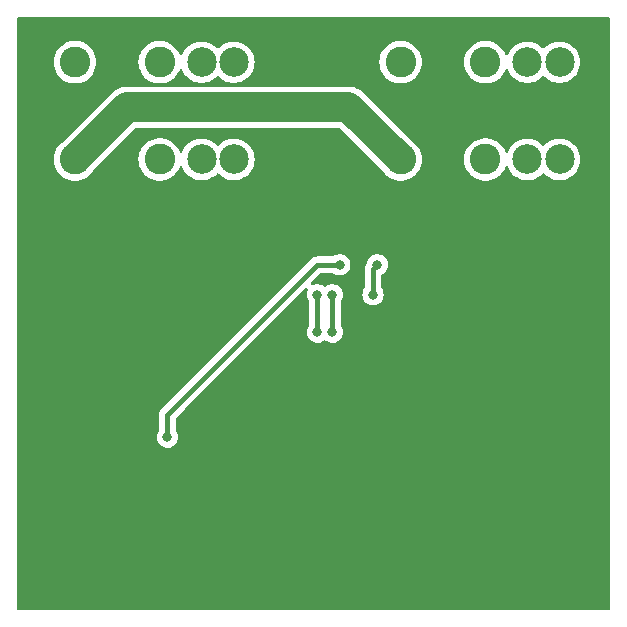
<source format=gbr>
%TF.GenerationSoftware,KiCad,Pcbnew,7.0.1*%
%TF.CreationDate,2024-03-13T10:09:07+01:00*%
%TF.ProjectId,bar_test_proto,6261725f-7465-4737-945f-70726f746f2e,rev?*%
%TF.SameCoordinates,Original*%
%TF.FileFunction,Copper,L2,Bot*%
%TF.FilePolarity,Positive*%
%FSLAX46Y46*%
G04 Gerber Fmt 4.6, Leading zero omitted, Abs format (unit mm)*
G04 Created by KiCad (PCBNEW 7.0.1) date 2024-03-13 10:09:07*
%MOMM*%
%LPD*%
G01*
G04 APERTURE LIST*
%TA.AperFunction,ComponentPad*%
%ADD10C,2.600000*%
%TD*%
%TA.AperFunction,ComponentPad*%
%ADD11C,2.500000*%
%TD*%
%TA.AperFunction,ViaPad*%
%ADD12C,0.800000*%
%TD*%
%TA.AperFunction,Conductor*%
%ADD13C,0.400000*%
%TD*%
%TA.AperFunction,Conductor*%
%ADD14C,2.500000*%
%TD*%
G04 APERTURE END LIST*
D10*
%TO.P,CON2,1,D*%
%TO.N,+24V*%
X152475000Y-54610000D03*
X152475000Y-62840000D03*
%TO.P,CON2,2,S*%
%TO.N,Net-(CON2-S)*%
X159655000Y-54610000D03*
X159655000Y-62840000D03*
D11*
%TO.P,CON2,3,SK*%
%TO.N,unconnected-(CON2-SK-Pad3)*%
X163195000Y-54610000D03*
X163195000Y-62840000D03*
%TO.P,CON2,4,G*%
%TO.N,Net-(CON2-G)*%
X165925000Y-54610000D03*
X165925000Y-62840000D03*
%TD*%
D10*
%TO.P,CON1,1,D*%
%TO.N,+24V*%
X124900000Y-54610000D03*
X124900000Y-62840000D03*
%TO.P,CON1,2,S*%
%TO.N,Net-(CON1-S)*%
X132080000Y-54610000D03*
X132080000Y-62840000D03*
D11*
%TO.P,CON1,3,SK*%
%TO.N,unconnected-(CON1-SK-Pad3)*%
X135620000Y-54610000D03*
X135620000Y-62840000D03*
%TO.P,CON1,4,G*%
%TO.N,Net-(CON1-G)*%
X138350000Y-54610000D03*
X138350000Y-62840000D03*
%TD*%
D12*
%TO.N,ADC1*%
X145415000Y-77470000D03*
X145415000Y-74295000D03*
%TO.N,ADC2*%
X146685000Y-74295000D03*
X146685000Y-77470000D03*
%TO.N,GND*%
X167005000Y-88265000D03*
X158750000Y-71755000D03*
X164465000Y-88265000D03*
X131445000Y-73025000D03*
X165735000Y-88265000D03*
X168275000Y-88265000D03*
X160009122Y-72718544D03*
X158738919Y-72679581D03*
X132715000Y-73025000D03*
X132715000Y-71755000D03*
X131445000Y-71755000D03*
X160020000Y-71755000D03*
%TO.N,Net-(U1B--)*%
X150128780Y-74299390D03*
X150495000Y-71755000D03*
%TO.N,+12V0*%
X147320000Y-71755000D03*
X132715000Y-86360000D03*
%TD*%
D13*
%TO.N,ADC1*%
X145415000Y-77470000D02*
X145415000Y-74295000D01*
%TO.N,ADC2*%
X146685000Y-77470000D02*
X146685000Y-74295000D01*
D14*
%TO.N,+24V*%
X129320000Y-58420000D02*
X124900000Y-62840000D01*
X152475000Y-62840000D02*
X148055000Y-58420000D01*
X148055000Y-58420000D02*
X129320000Y-58420000D01*
D13*
%TO.N,Net-(U1B--)*%
X150128780Y-72121220D02*
X150495000Y-71755000D01*
X150128780Y-74299390D02*
X150128780Y-72121220D01*
%TO.N,+12V0*%
X132715000Y-86360000D02*
X132715000Y-84455000D01*
X145415000Y-71755000D02*
X147320000Y-71755000D01*
X132715000Y-84455000D02*
X145415000Y-71755000D01*
%TD*%
%TA.AperFunction,Conductor*%
%TO.N,GND*%
G36*
X170117500Y-50817113D02*
G01*
X170162887Y-50862500D01*
X170179500Y-50924500D01*
X170179500Y-100840500D01*
X170162887Y-100902500D01*
X170117500Y-100947887D01*
X170055500Y-100964500D01*
X120139500Y-100964500D01*
X120077500Y-100947887D01*
X120032113Y-100902500D01*
X120015500Y-100840500D01*
X120015500Y-86359999D01*
X131809540Y-86359999D01*
X131829326Y-86548257D01*
X131887820Y-86728284D01*
X131982466Y-86892216D01*
X132109129Y-87032889D01*
X132262269Y-87144151D01*
X132435197Y-87221144D01*
X132620352Y-87260500D01*
X132620354Y-87260500D01*
X132809646Y-87260500D01*
X132809648Y-87260500D01*
X132933083Y-87234262D01*
X132994803Y-87221144D01*
X133167730Y-87144151D01*
X133320871Y-87032888D01*
X133447533Y-86892216D01*
X133542179Y-86728284D01*
X133600674Y-86548256D01*
X133620460Y-86360000D01*
X133600674Y-86171744D01*
X133542179Y-85991716D01*
X133542179Y-85991715D01*
X133447533Y-85827783D01*
X133447350Y-85827580D01*
X133423736Y-85789045D01*
X133415500Y-85744608D01*
X133415500Y-84796519D01*
X133424939Y-84749066D01*
X133451819Y-84708838D01*
X134218606Y-83942051D01*
X144405226Y-73755430D01*
X144455617Y-73724852D01*
X144514436Y-73720997D01*
X144568390Y-73744736D01*
X144605286Y-73790707D01*
X144616787Y-73848519D01*
X144600294Y-73905110D01*
X144587820Y-73926715D01*
X144529326Y-74106742D01*
X144509540Y-74294999D01*
X144529326Y-74483257D01*
X144587820Y-74663284D01*
X144682466Y-74827216D01*
X144682650Y-74827420D01*
X144706264Y-74865955D01*
X144714500Y-74910392D01*
X144714500Y-76854608D01*
X144706264Y-76899045D01*
X144682650Y-76937580D01*
X144682466Y-76937783D01*
X144587820Y-77101715D01*
X144529326Y-77281742D01*
X144509540Y-77470000D01*
X144529326Y-77658257D01*
X144587820Y-77838284D01*
X144682466Y-78002216D01*
X144809129Y-78142889D01*
X144962269Y-78254151D01*
X145135197Y-78331144D01*
X145320352Y-78370500D01*
X145320354Y-78370500D01*
X145509646Y-78370500D01*
X145509648Y-78370500D01*
X145633083Y-78344262D01*
X145694803Y-78331144D01*
X145867730Y-78254151D01*
X145867729Y-78254151D01*
X145977115Y-78174679D01*
X146024219Y-78153707D01*
X146075781Y-78153707D01*
X146122885Y-78174679D01*
X146232269Y-78254151D01*
X146405197Y-78331144D01*
X146590352Y-78370500D01*
X146590354Y-78370500D01*
X146779646Y-78370500D01*
X146779648Y-78370500D01*
X146903083Y-78344262D01*
X146964803Y-78331144D01*
X147137730Y-78254151D01*
X147137729Y-78254151D01*
X147290870Y-78142889D01*
X147417533Y-78002216D01*
X147512179Y-77838284D01*
X147512178Y-77838284D01*
X147570674Y-77658256D01*
X147590460Y-77470000D01*
X147570674Y-77281744D01*
X147512179Y-77101716D01*
X147512179Y-77101715D01*
X147417533Y-76937783D01*
X147417350Y-76937580D01*
X147393736Y-76899045D01*
X147385500Y-76854608D01*
X147385500Y-74910392D01*
X147393736Y-74865955D01*
X147417350Y-74827420D01*
X147417533Y-74827216D01*
X147512179Y-74663284D01*
X147569247Y-74487647D01*
X147570674Y-74483256D01*
X147589999Y-74299390D01*
X149223320Y-74299390D01*
X149243106Y-74487647D01*
X149301600Y-74667674D01*
X149396246Y-74831606D01*
X149522909Y-74972279D01*
X149676049Y-75083541D01*
X149848977Y-75160534D01*
X150034132Y-75199890D01*
X150034134Y-75199890D01*
X150223426Y-75199890D01*
X150223428Y-75199890D01*
X150346863Y-75173652D01*
X150408583Y-75160534D01*
X150581510Y-75083541D01*
X150734651Y-74972278D01*
X150861313Y-74831606D01*
X150955959Y-74667674D01*
X151014454Y-74487646D01*
X151034240Y-74299390D01*
X151014454Y-74111134D01*
X150955959Y-73931106D01*
X150955959Y-73931105D01*
X150861313Y-73767173D01*
X150861130Y-73766970D01*
X150837516Y-73728435D01*
X150829280Y-73683998D01*
X150829280Y-72672415D01*
X150838309Y-72625964D01*
X150864082Y-72586277D01*
X150902843Y-72559135D01*
X150947730Y-72539151D01*
X151100871Y-72427888D01*
X151227533Y-72287216D01*
X151322179Y-72123284D01*
X151380674Y-71943256D01*
X151400460Y-71755000D01*
X151380674Y-71566744D01*
X151322179Y-71386716D01*
X151322179Y-71386715D01*
X151227533Y-71222783D01*
X151100870Y-71082110D01*
X150947730Y-70970848D01*
X150774802Y-70893855D01*
X150589648Y-70854500D01*
X150589646Y-70854500D01*
X150400354Y-70854500D01*
X150400352Y-70854500D01*
X150215197Y-70893855D01*
X150042269Y-70970848D01*
X149889129Y-71082110D01*
X149762466Y-71222783D01*
X149667820Y-71386715D01*
X149609326Y-71566741D01*
X149603469Y-71622467D01*
X149582197Y-71679945D01*
X149566432Y-71702784D01*
X149561996Y-71708814D01*
X149524900Y-71756165D01*
X149520741Y-71765406D01*
X149509721Y-71784945D01*
X149503962Y-71793289D01*
X149482633Y-71849525D01*
X149479769Y-71856439D01*
X149455083Y-71911290D01*
X149453255Y-71921267D01*
X149447234Y-71942868D01*
X149443639Y-71952348D01*
X149436389Y-72012047D01*
X149435263Y-72019446D01*
X149424421Y-72078611D01*
X149428054Y-72138654D01*
X149428280Y-72146141D01*
X149428280Y-73683998D01*
X149420044Y-73728435D01*
X149396430Y-73766970D01*
X149396246Y-73767173D01*
X149301600Y-73931105D01*
X149243106Y-74111132D01*
X149223320Y-74299390D01*
X147589999Y-74299390D01*
X147590460Y-74295000D01*
X147570674Y-74106744D01*
X147540332Y-74013363D01*
X147512179Y-73926715D01*
X147417533Y-73762783D01*
X147290870Y-73622110D01*
X147137730Y-73510848D01*
X146964802Y-73433855D01*
X146779648Y-73394500D01*
X146779646Y-73394500D01*
X146590354Y-73394500D01*
X146590352Y-73394500D01*
X146405197Y-73433855D01*
X146232269Y-73510848D01*
X146122885Y-73590321D01*
X146075781Y-73611293D01*
X146024219Y-73611293D01*
X145977115Y-73590321D01*
X145867730Y-73510848D01*
X145694802Y-73433855D01*
X145509648Y-73394500D01*
X145509646Y-73394500D01*
X145320354Y-73394500D01*
X145320352Y-73394500D01*
X145135199Y-73433854D01*
X145010245Y-73489488D01*
X144942981Y-73499061D01*
X144880769Y-73471752D01*
X144842287Y-73415759D01*
X144839086Y-73347892D01*
X144872127Y-73288529D01*
X145668838Y-72491819D01*
X145709066Y-72464939D01*
X145756519Y-72455500D01*
X146711844Y-72455500D01*
X146750162Y-72461569D01*
X146784728Y-72479181D01*
X146867270Y-72539151D01*
X146867271Y-72539151D01*
X146867272Y-72539152D01*
X147040197Y-72616144D01*
X147225352Y-72655500D01*
X147225354Y-72655500D01*
X147414646Y-72655500D01*
X147414648Y-72655500D01*
X147553603Y-72625964D01*
X147599803Y-72616144D01*
X147772730Y-72539151D01*
X147855271Y-72479182D01*
X147925870Y-72427889D01*
X148052533Y-72287216D01*
X148147179Y-72123284D01*
X148180918Y-72019446D01*
X148205674Y-71943256D01*
X148225460Y-71755000D01*
X148205674Y-71566744D01*
X148147179Y-71386716D01*
X148147179Y-71386715D01*
X148052533Y-71222783D01*
X147925870Y-71082110D01*
X147772730Y-70970848D01*
X147599802Y-70893855D01*
X147414648Y-70854500D01*
X147414646Y-70854500D01*
X147225354Y-70854500D01*
X147225352Y-70854500D01*
X147040197Y-70893855D01*
X146867272Y-70970847D01*
X146784730Y-71030818D01*
X146750162Y-71048431D01*
X146711844Y-71054500D01*
X145439910Y-71054500D01*
X145432423Y-71054274D01*
X145372391Y-71050642D01*
X145313242Y-71061481D01*
X145305843Y-71062608D01*
X145246122Y-71069860D01*
X145236641Y-71073456D01*
X145215036Y-71079479D01*
X145205067Y-71081306D01*
X145150228Y-71105986D01*
X145143313Y-71108850D01*
X145087067Y-71130182D01*
X145078720Y-71135943D01*
X145059192Y-71146957D01*
X145049948Y-71151118D01*
X145002597Y-71188214D01*
X144996568Y-71192649D01*
X144947070Y-71226816D01*
X144907183Y-71271838D01*
X144902051Y-71277290D01*
X132237290Y-83942051D01*
X132231838Y-83947183D01*
X132186816Y-83987070D01*
X132152649Y-84036568D01*
X132148213Y-84042597D01*
X132111121Y-84089942D01*
X132106961Y-84099186D01*
X132095941Y-84118725D01*
X132090182Y-84127069D01*
X132068853Y-84183305D01*
X132065989Y-84190219D01*
X132041303Y-84245070D01*
X132039475Y-84255047D01*
X132033454Y-84276648D01*
X132029859Y-84286128D01*
X132022609Y-84345827D01*
X132021483Y-84353226D01*
X132010641Y-84412391D01*
X132014274Y-84472434D01*
X132014500Y-84479921D01*
X132014500Y-85744608D01*
X132006264Y-85789045D01*
X131982650Y-85827580D01*
X131982466Y-85827783D01*
X131887820Y-85991715D01*
X131829326Y-86171742D01*
X131809540Y-86359999D01*
X120015500Y-86359999D01*
X120015500Y-62839999D01*
X123094450Y-62839999D01*
X123114616Y-63109100D01*
X123114617Y-63109103D01*
X123174666Y-63372195D01*
X123273257Y-63623398D01*
X123408185Y-63857102D01*
X123576439Y-64068085D01*
X123774259Y-64251635D01*
X123997226Y-64403651D01*
X124240359Y-64520738D01*
X124498228Y-64600280D01*
X124765071Y-64640500D01*
X125034929Y-64640500D01*
X125301772Y-64600280D01*
X125559641Y-64520738D01*
X125802775Y-64403651D01*
X126025741Y-64251635D01*
X126223561Y-64068085D01*
X126391815Y-63857102D01*
X126429189Y-63792364D01*
X126448892Y-63766687D01*
X127375579Y-62840000D01*
X130274450Y-62840000D01*
X130294616Y-63109100D01*
X130294617Y-63109103D01*
X130354666Y-63372195D01*
X130453257Y-63623398D01*
X130588185Y-63857102D01*
X130756439Y-64068085D01*
X130954259Y-64251635D01*
X131177226Y-64403651D01*
X131420359Y-64520738D01*
X131678228Y-64600280D01*
X131945071Y-64640500D01*
X132214929Y-64640500D01*
X132481772Y-64600280D01*
X132739641Y-64520738D01*
X132982775Y-64403651D01*
X133205741Y-64251635D01*
X133403561Y-64068085D01*
X133571815Y-63857102D01*
X133706743Y-63623398D01*
X133761430Y-63484058D01*
X133795271Y-63435983D01*
X133847458Y-63408899D01*
X133906253Y-63408899D01*
X133958440Y-63435983D01*
X133992284Y-63484061D01*
X134017721Y-63548874D01*
X134038432Y-63601643D01*
X134169614Y-63828857D01*
X134333195Y-64033981D01*
X134333197Y-64033983D01*
X134333198Y-64033984D01*
X134525514Y-64212428D01*
X134525520Y-64212432D01*
X134525521Y-64212433D01*
X134742296Y-64360228D01*
X134978677Y-64474063D01*
X135229385Y-64551396D01*
X135488818Y-64590500D01*
X135751182Y-64590500D01*
X136010615Y-64551396D01*
X136261323Y-64474063D01*
X136497704Y-64360228D01*
X136714479Y-64212433D01*
X136900659Y-64039683D01*
X136954402Y-64010416D01*
X137015598Y-64010416D01*
X137069340Y-64039683D01*
X137147592Y-64112289D01*
X137255518Y-64212431D01*
X137255521Y-64212433D01*
X137472296Y-64360228D01*
X137708677Y-64474063D01*
X137959385Y-64551396D01*
X138218818Y-64590500D01*
X138481182Y-64590500D01*
X138740615Y-64551396D01*
X138991323Y-64474063D01*
X139227704Y-64360228D01*
X139444479Y-64212433D01*
X139444482Y-64212429D01*
X139444485Y-64212428D01*
X139529792Y-64133273D01*
X139636805Y-64033981D01*
X139800386Y-63828857D01*
X139931568Y-63601643D01*
X140027420Y-63357416D01*
X140085802Y-63101630D01*
X140105408Y-62840000D01*
X140085802Y-62578370D01*
X140027420Y-62322584D01*
X139931568Y-62078357D01*
X139800386Y-61851143D01*
X139636805Y-61646019D01*
X139600050Y-61611915D01*
X139444485Y-61467571D01*
X139386976Y-61428362D01*
X139227704Y-61319772D01*
X138991323Y-61205937D01*
X138740615Y-61128604D01*
X138481182Y-61089500D01*
X138218818Y-61089500D01*
X137959385Y-61128604D01*
X137708677Y-61205937D01*
X137508131Y-61302515D01*
X137472296Y-61319772D01*
X137416357Y-61357910D01*
X137255518Y-61467568D01*
X137069341Y-61640316D01*
X137015598Y-61669583D01*
X136954402Y-61669583D01*
X136900659Y-61640316D01*
X136714481Y-61467568D01*
X136656976Y-61428362D01*
X136497704Y-61319772D01*
X136261323Y-61205937D01*
X136010615Y-61128604D01*
X135751182Y-61089500D01*
X135488818Y-61089500D01*
X135229385Y-61128604D01*
X134978677Y-61205937D01*
X134778131Y-61302515D01*
X134742296Y-61319772D01*
X134672922Y-61367070D01*
X134525514Y-61467571D01*
X134333198Y-61646015D01*
X134169613Y-61851143D01*
X134038432Y-62078357D01*
X133992284Y-62195938D01*
X133958440Y-62244016D01*
X133906253Y-62271100D01*
X133847458Y-62271100D01*
X133795271Y-62244016D01*
X133761429Y-62195938D01*
X133706743Y-62056602D01*
X133571815Y-61822898D01*
X133403561Y-61611915D01*
X133403560Y-61611914D01*
X133205743Y-61428366D01*
X133148205Y-61389137D01*
X132982775Y-61276349D01*
X132739641Y-61159262D01*
X132640250Y-61128604D01*
X132481771Y-61079719D01*
X132214929Y-61039500D01*
X131945071Y-61039500D01*
X131678228Y-61079719D01*
X131420359Y-61159262D01*
X131177228Y-61276347D01*
X130954257Y-61428366D01*
X130756439Y-61611915D01*
X130588184Y-61822899D01*
X130453257Y-62056601D01*
X130354666Y-62307804D01*
X130294616Y-62570899D01*
X130274450Y-62840000D01*
X127375579Y-62840000D01*
X130008761Y-60206819D01*
X130048990Y-60179939D01*
X130096443Y-60170500D01*
X147278557Y-60170500D01*
X147326010Y-60179939D01*
X147366238Y-60206819D01*
X150926103Y-63766684D01*
X150945809Y-63792365D01*
X150983183Y-63857100D01*
X150983185Y-63857102D01*
X151151439Y-64068085D01*
X151349259Y-64251635D01*
X151572226Y-64403651D01*
X151815359Y-64520738D01*
X152073228Y-64600280D01*
X152340071Y-64640500D01*
X152609929Y-64640500D01*
X152876772Y-64600280D01*
X153134641Y-64520738D01*
X153377775Y-64403651D01*
X153600741Y-64251635D01*
X153798561Y-64068085D01*
X153966815Y-63857102D01*
X154101743Y-63623398D01*
X154200334Y-63372195D01*
X154260383Y-63109103D01*
X154280549Y-62840000D01*
X157849450Y-62840000D01*
X157869616Y-63109100D01*
X157869617Y-63109103D01*
X157929666Y-63372195D01*
X158028257Y-63623398D01*
X158163185Y-63857102D01*
X158331439Y-64068085D01*
X158529259Y-64251635D01*
X158752226Y-64403651D01*
X158995359Y-64520738D01*
X159253228Y-64600280D01*
X159520071Y-64640500D01*
X159789929Y-64640500D01*
X160056772Y-64600280D01*
X160314641Y-64520738D01*
X160557775Y-64403651D01*
X160780741Y-64251635D01*
X160978561Y-64068085D01*
X161146815Y-63857102D01*
X161281743Y-63623398D01*
X161336430Y-63484058D01*
X161370271Y-63435983D01*
X161422458Y-63408899D01*
X161481253Y-63408899D01*
X161533440Y-63435983D01*
X161567284Y-63484061D01*
X161592721Y-63548874D01*
X161613432Y-63601643D01*
X161744614Y-63828857D01*
X161908195Y-64033981D01*
X161908197Y-64033983D01*
X161908198Y-64033984D01*
X162100514Y-64212428D01*
X162100520Y-64212432D01*
X162100521Y-64212433D01*
X162317296Y-64360228D01*
X162553677Y-64474063D01*
X162804385Y-64551396D01*
X163063818Y-64590500D01*
X163326182Y-64590500D01*
X163585615Y-64551396D01*
X163836323Y-64474063D01*
X164072704Y-64360228D01*
X164289479Y-64212433D01*
X164475659Y-64039683D01*
X164529402Y-64010416D01*
X164590598Y-64010416D01*
X164644340Y-64039683D01*
X164722592Y-64112289D01*
X164830518Y-64212431D01*
X164830521Y-64212433D01*
X165047296Y-64360228D01*
X165283677Y-64474063D01*
X165534385Y-64551396D01*
X165793818Y-64590500D01*
X166056182Y-64590500D01*
X166315615Y-64551396D01*
X166566323Y-64474063D01*
X166802704Y-64360228D01*
X167019479Y-64212433D01*
X167019482Y-64212429D01*
X167019485Y-64212428D01*
X167104792Y-64133273D01*
X167211805Y-64033981D01*
X167375386Y-63828857D01*
X167506568Y-63601643D01*
X167602420Y-63357416D01*
X167660802Y-63101630D01*
X167680408Y-62840000D01*
X167660802Y-62578370D01*
X167602420Y-62322584D01*
X167506568Y-62078357D01*
X167375386Y-61851143D01*
X167211805Y-61646019D01*
X167175050Y-61611915D01*
X167019485Y-61467571D01*
X166961976Y-61428362D01*
X166802704Y-61319772D01*
X166566323Y-61205937D01*
X166315615Y-61128604D01*
X166056182Y-61089500D01*
X165793818Y-61089500D01*
X165534385Y-61128604D01*
X165283677Y-61205937D01*
X165083131Y-61302515D01*
X165047296Y-61319772D01*
X164991357Y-61357910D01*
X164830518Y-61467568D01*
X164644341Y-61640316D01*
X164590598Y-61669583D01*
X164529402Y-61669583D01*
X164475659Y-61640316D01*
X164289481Y-61467568D01*
X164231976Y-61428362D01*
X164072704Y-61319772D01*
X163836323Y-61205937D01*
X163585615Y-61128604D01*
X163326182Y-61089500D01*
X163063818Y-61089500D01*
X162804385Y-61128604D01*
X162553677Y-61205937D01*
X162353131Y-61302515D01*
X162317296Y-61319772D01*
X162247922Y-61367070D01*
X162100514Y-61467571D01*
X161908198Y-61646015D01*
X161744613Y-61851143D01*
X161613432Y-62078357D01*
X161567284Y-62195938D01*
X161533440Y-62244016D01*
X161481253Y-62271100D01*
X161422458Y-62271100D01*
X161370271Y-62244016D01*
X161336429Y-62195938D01*
X161281743Y-62056602D01*
X161146815Y-61822898D01*
X160978561Y-61611915D01*
X160978560Y-61611914D01*
X160780743Y-61428366D01*
X160723205Y-61389137D01*
X160557775Y-61276349D01*
X160314641Y-61159262D01*
X160215250Y-61128604D01*
X160056771Y-61079719D01*
X159789929Y-61039500D01*
X159520071Y-61039500D01*
X159253228Y-61079719D01*
X158995359Y-61159262D01*
X158752228Y-61276347D01*
X158529257Y-61428366D01*
X158331439Y-61611915D01*
X158163184Y-61822899D01*
X158028257Y-62056601D01*
X157929666Y-62307804D01*
X157869616Y-62570899D01*
X157849450Y-62840000D01*
X154280549Y-62840000D01*
X154260383Y-62570897D01*
X154200334Y-62307805D01*
X154101743Y-62056602D01*
X153966815Y-61822898D01*
X153798561Y-61611915D01*
X153798560Y-61611914D01*
X153600739Y-61428362D01*
X153416148Y-61302510D01*
X153398319Y-61287738D01*
X149317577Y-57206996D01*
X149314360Y-57203657D01*
X149248978Y-57133192D01*
X149173841Y-57073273D01*
X149170269Y-57070314D01*
X149097396Y-57007601D01*
X149075451Y-56993812D01*
X149064112Y-56985767D01*
X149043854Y-56969612D01*
X148960617Y-56921555D01*
X148956645Y-56919162D01*
X148875247Y-56868016D01*
X148851492Y-56857652D01*
X148839082Y-56851387D01*
X148816644Y-56838432D01*
X148727158Y-56803311D01*
X148722876Y-56801537D01*
X148634773Y-56763098D01*
X148609742Y-56756391D01*
X148596540Y-56752047D01*
X148572420Y-56742581D01*
X148478683Y-56721185D01*
X148474185Y-56720069D01*
X148381348Y-56695194D01*
X148355601Y-56692293D01*
X148341895Y-56689964D01*
X148333506Y-56688049D01*
X148316627Y-56684197D01*
X148220768Y-56677013D01*
X148216152Y-56676580D01*
X148120637Y-56665818D01*
X148028559Y-56669264D01*
X148024592Y-56669413D01*
X148019957Y-56669500D01*
X129355043Y-56669500D01*
X129350407Y-56669413D01*
X129346286Y-56669258D01*
X129254362Y-56665818D01*
X129158846Y-56676580D01*
X129154231Y-56677013D01*
X129058371Y-56684197D01*
X129033092Y-56689966D01*
X129019394Y-56692293D01*
X128993649Y-56695194D01*
X128900809Y-56720071D01*
X128896310Y-56721187D01*
X128802580Y-56742581D01*
X128778452Y-56752050D01*
X128765248Y-56756395D01*
X128740223Y-56763100D01*
X128652129Y-56801535D01*
X128647846Y-56803309D01*
X128558355Y-56838432D01*
X128535909Y-56851391D01*
X128523498Y-56857656D01*
X128499758Y-56868013D01*
X128418375Y-56919149D01*
X128414406Y-56921540D01*
X128331142Y-56969614D01*
X128310880Y-56985771D01*
X128299551Y-56993809D01*
X128277600Y-57007603D01*
X128204724Y-57070317D01*
X128201156Y-57073274D01*
X128126019Y-57133194D01*
X128060638Y-57203657D01*
X128057422Y-57206995D01*
X123976674Y-61287743D01*
X123958845Y-61302515D01*
X123774260Y-61428363D01*
X123576439Y-61611914D01*
X123408184Y-61822899D01*
X123273257Y-62056601D01*
X123174666Y-62307804D01*
X123114616Y-62570899D01*
X123094450Y-62839999D01*
X120015500Y-62839999D01*
X120015500Y-54609999D01*
X123094450Y-54609999D01*
X123114616Y-54879100D01*
X123114617Y-54879103D01*
X123174666Y-55142195D01*
X123273257Y-55393398D01*
X123408185Y-55627102D01*
X123576439Y-55838085D01*
X123774259Y-56021635D01*
X123997226Y-56173651D01*
X124240359Y-56290738D01*
X124498228Y-56370280D01*
X124765071Y-56410500D01*
X125034929Y-56410500D01*
X125301772Y-56370280D01*
X125559641Y-56290738D01*
X125802775Y-56173651D01*
X126025741Y-56021635D01*
X126223561Y-55838085D01*
X126391815Y-55627102D01*
X126526743Y-55393398D01*
X126625334Y-55142195D01*
X126685383Y-54879103D01*
X126705549Y-54610000D01*
X130274450Y-54610000D01*
X130294616Y-54879100D01*
X130294617Y-54879103D01*
X130354666Y-55142195D01*
X130453257Y-55393398D01*
X130588185Y-55627102D01*
X130756439Y-55838085D01*
X130954259Y-56021635D01*
X131177226Y-56173651D01*
X131420359Y-56290738D01*
X131678228Y-56370280D01*
X131945071Y-56410500D01*
X132214929Y-56410500D01*
X132481772Y-56370280D01*
X132739641Y-56290738D01*
X132982775Y-56173651D01*
X133205741Y-56021635D01*
X133403561Y-55838085D01*
X133571815Y-55627102D01*
X133706743Y-55393398D01*
X133761430Y-55254058D01*
X133795271Y-55205983D01*
X133847458Y-55178899D01*
X133906253Y-55178899D01*
X133958440Y-55205983D01*
X133992284Y-55254061D01*
X134017721Y-55318874D01*
X134038432Y-55371643D01*
X134169614Y-55598857D01*
X134333195Y-55803981D01*
X134333197Y-55803983D01*
X134333198Y-55803984D01*
X134525514Y-55982428D01*
X134525520Y-55982432D01*
X134525521Y-55982433D01*
X134742296Y-56130228D01*
X134978677Y-56244063D01*
X135229385Y-56321396D01*
X135488818Y-56360500D01*
X135751182Y-56360500D01*
X136010615Y-56321396D01*
X136261323Y-56244063D01*
X136497704Y-56130228D01*
X136714479Y-55982433D01*
X136900659Y-55809683D01*
X136954402Y-55780416D01*
X137015598Y-55780416D01*
X137069340Y-55809683D01*
X137147592Y-55882289D01*
X137255518Y-55982431D01*
X137255521Y-55982433D01*
X137472296Y-56130228D01*
X137708677Y-56244063D01*
X137959385Y-56321396D01*
X138218818Y-56360500D01*
X138481182Y-56360500D01*
X138740615Y-56321396D01*
X138991323Y-56244063D01*
X139227704Y-56130228D01*
X139444479Y-55982433D01*
X139444482Y-55982429D01*
X139444485Y-55982428D01*
X139529792Y-55903273D01*
X139636805Y-55803981D01*
X139800386Y-55598857D01*
X139931568Y-55371643D01*
X140027420Y-55127416D01*
X140085802Y-54871630D01*
X140105408Y-54610000D01*
X150669450Y-54610000D01*
X150689616Y-54879100D01*
X150689617Y-54879103D01*
X150749666Y-55142195D01*
X150848257Y-55393398D01*
X150983185Y-55627102D01*
X151151439Y-55838085D01*
X151349259Y-56021635D01*
X151572226Y-56173651D01*
X151815359Y-56290738D01*
X152073228Y-56370280D01*
X152340071Y-56410500D01*
X152609929Y-56410500D01*
X152876772Y-56370280D01*
X153134641Y-56290738D01*
X153377775Y-56173651D01*
X153600741Y-56021635D01*
X153798561Y-55838085D01*
X153966815Y-55627102D01*
X154101743Y-55393398D01*
X154200334Y-55142195D01*
X154260383Y-54879103D01*
X154280549Y-54610000D01*
X157849450Y-54610000D01*
X157869616Y-54879100D01*
X157869617Y-54879103D01*
X157929666Y-55142195D01*
X158028257Y-55393398D01*
X158163185Y-55627102D01*
X158331439Y-55838085D01*
X158529259Y-56021635D01*
X158752226Y-56173651D01*
X158995359Y-56290738D01*
X159253228Y-56370280D01*
X159520071Y-56410500D01*
X159789929Y-56410500D01*
X160056772Y-56370280D01*
X160314641Y-56290738D01*
X160557775Y-56173651D01*
X160780741Y-56021635D01*
X160978561Y-55838085D01*
X161146815Y-55627102D01*
X161281743Y-55393398D01*
X161336430Y-55254058D01*
X161370271Y-55205983D01*
X161422458Y-55178899D01*
X161481253Y-55178899D01*
X161533440Y-55205983D01*
X161567284Y-55254061D01*
X161592721Y-55318874D01*
X161613432Y-55371643D01*
X161744614Y-55598857D01*
X161908195Y-55803981D01*
X161908197Y-55803983D01*
X161908198Y-55803984D01*
X162100514Y-55982428D01*
X162100520Y-55982432D01*
X162100521Y-55982433D01*
X162317296Y-56130228D01*
X162553677Y-56244063D01*
X162804385Y-56321396D01*
X163063818Y-56360500D01*
X163326182Y-56360500D01*
X163585615Y-56321396D01*
X163836323Y-56244063D01*
X164072704Y-56130228D01*
X164289479Y-55982433D01*
X164475659Y-55809683D01*
X164529402Y-55780416D01*
X164590598Y-55780416D01*
X164644340Y-55809683D01*
X164722592Y-55882289D01*
X164830518Y-55982431D01*
X164830521Y-55982433D01*
X165047296Y-56130228D01*
X165283677Y-56244063D01*
X165534385Y-56321396D01*
X165793818Y-56360500D01*
X166056182Y-56360500D01*
X166315615Y-56321396D01*
X166566323Y-56244063D01*
X166802704Y-56130228D01*
X167019479Y-55982433D01*
X167019482Y-55982429D01*
X167019485Y-55982428D01*
X167104792Y-55903273D01*
X167211805Y-55803981D01*
X167375386Y-55598857D01*
X167506568Y-55371643D01*
X167602420Y-55127416D01*
X167660802Y-54871630D01*
X167680408Y-54610000D01*
X167660802Y-54348370D01*
X167602420Y-54092584D01*
X167506568Y-53848357D01*
X167375386Y-53621143D01*
X167211805Y-53416019D01*
X167175050Y-53381915D01*
X167019485Y-53237571D01*
X166961980Y-53198365D01*
X166802704Y-53089772D01*
X166566323Y-52975937D01*
X166315615Y-52898604D01*
X166056182Y-52859500D01*
X165793818Y-52859500D01*
X165534385Y-52898604D01*
X165283677Y-52975937D01*
X165047296Y-53089772D01*
X164991357Y-53127910D01*
X164830518Y-53237568D01*
X164644341Y-53410316D01*
X164590598Y-53439583D01*
X164529402Y-53439583D01*
X164475659Y-53410316D01*
X164289481Y-53237568D01*
X164231980Y-53198365D01*
X164072704Y-53089772D01*
X163836323Y-52975937D01*
X163585615Y-52898604D01*
X163326182Y-52859500D01*
X163063818Y-52859500D01*
X162804385Y-52898604D01*
X162553677Y-52975937D01*
X162317296Y-53089772D01*
X162247922Y-53137070D01*
X162100514Y-53237571D01*
X161908198Y-53416015D01*
X161744613Y-53621143D01*
X161613432Y-53848357D01*
X161567284Y-53965938D01*
X161533440Y-54014016D01*
X161481253Y-54041100D01*
X161422458Y-54041100D01*
X161370271Y-54014016D01*
X161336429Y-53965938D01*
X161281743Y-53826602D01*
X161146815Y-53592898D01*
X160978561Y-53381915D01*
X160978560Y-53381914D01*
X160780743Y-53198366D01*
X160723205Y-53159137D01*
X160557775Y-53046349D01*
X160314641Y-52929262D01*
X160215250Y-52898604D01*
X160056771Y-52849719D01*
X159789929Y-52809500D01*
X159520071Y-52809500D01*
X159253228Y-52849719D01*
X158995359Y-52929262D01*
X158752228Y-53046347D01*
X158529257Y-53198366D01*
X158331439Y-53381915D01*
X158163184Y-53592899D01*
X158028257Y-53826601D01*
X157929666Y-54077804D01*
X157869616Y-54340899D01*
X157849450Y-54610000D01*
X154280549Y-54610000D01*
X154260383Y-54340897D01*
X154200334Y-54077805D01*
X154101743Y-53826602D01*
X153966815Y-53592898D01*
X153798561Y-53381915D01*
X153798560Y-53381914D01*
X153600743Y-53198366D01*
X153543205Y-53159137D01*
X153377775Y-53046349D01*
X153134641Y-52929262D01*
X153035250Y-52898604D01*
X152876771Y-52849719D01*
X152609929Y-52809500D01*
X152340071Y-52809500D01*
X152073228Y-52849719D01*
X151815359Y-52929262D01*
X151572228Y-53046347D01*
X151349257Y-53198366D01*
X151151439Y-53381915D01*
X150983184Y-53592899D01*
X150848257Y-53826601D01*
X150749666Y-54077804D01*
X150689616Y-54340899D01*
X150669450Y-54610000D01*
X140105408Y-54610000D01*
X140085802Y-54348370D01*
X140027420Y-54092584D01*
X139931568Y-53848357D01*
X139800386Y-53621143D01*
X139636805Y-53416019D01*
X139600050Y-53381915D01*
X139444485Y-53237571D01*
X139386980Y-53198365D01*
X139227704Y-53089772D01*
X138991323Y-52975937D01*
X138740615Y-52898604D01*
X138481182Y-52859500D01*
X138218818Y-52859500D01*
X137959385Y-52898604D01*
X137708677Y-52975937D01*
X137472296Y-53089772D01*
X137416357Y-53127910D01*
X137255518Y-53237568D01*
X137069341Y-53410316D01*
X137015598Y-53439583D01*
X136954402Y-53439583D01*
X136900659Y-53410316D01*
X136714481Y-53237568D01*
X136656980Y-53198365D01*
X136497704Y-53089772D01*
X136261323Y-52975937D01*
X136010615Y-52898604D01*
X135751182Y-52859500D01*
X135488818Y-52859500D01*
X135229385Y-52898604D01*
X134978677Y-52975937D01*
X134742296Y-53089772D01*
X134672922Y-53137070D01*
X134525514Y-53237571D01*
X134333198Y-53416015D01*
X134169613Y-53621143D01*
X134038432Y-53848357D01*
X133992284Y-53965938D01*
X133958440Y-54014016D01*
X133906253Y-54041100D01*
X133847458Y-54041100D01*
X133795271Y-54014016D01*
X133761429Y-53965938D01*
X133706743Y-53826602D01*
X133571815Y-53592898D01*
X133403561Y-53381915D01*
X133403560Y-53381914D01*
X133205743Y-53198366D01*
X133148205Y-53159137D01*
X132982775Y-53046349D01*
X132739641Y-52929262D01*
X132640250Y-52898604D01*
X132481771Y-52849719D01*
X132214929Y-52809500D01*
X131945071Y-52809500D01*
X131678228Y-52849719D01*
X131420359Y-52929262D01*
X131177228Y-53046347D01*
X130954257Y-53198366D01*
X130756439Y-53381915D01*
X130588184Y-53592899D01*
X130453257Y-53826601D01*
X130354666Y-54077804D01*
X130294616Y-54340899D01*
X130274450Y-54610000D01*
X126705549Y-54610000D01*
X126685383Y-54340897D01*
X126625334Y-54077805D01*
X126526743Y-53826602D01*
X126391815Y-53592898D01*
X126223561Y-53381915D01*
X126223560Y-53381914D01*
X126025743Y-53198366D01*
X125968205Y-53159137D01*
X125802775Y-53046349D01*
X125559641Y-52929262D01*
X125460250Y-52898604D01*
X125301771Y-52849719D01*
X125034929Y-52809500D01*
X124765071Y-52809500D01*
X124498228Y-52849719D01*
X124240359Y-52929262D01*
X123997228Y-53046347D01*
X123774257Y-53198366D01*
X123576439Y-53381915D01*
X123408184Y-53592899D01*
X123273257Y-53826601D01*
X123174666Y-54077804D01*
X123114616Y-54340899D01*
X123094450Y-54609999D01*
X120015500Y-54609999D01*
X120015500Y-50924500D01*
X120032113Y-50862500D01*
X120077500Y-50817113D01*
X120139500Y-50800500D01*
X170055500Y-50800500D01*
X170117500Y-50817113D01*
G37*
%TD.AperFunction*%
%TD*%
M02*

</source>
